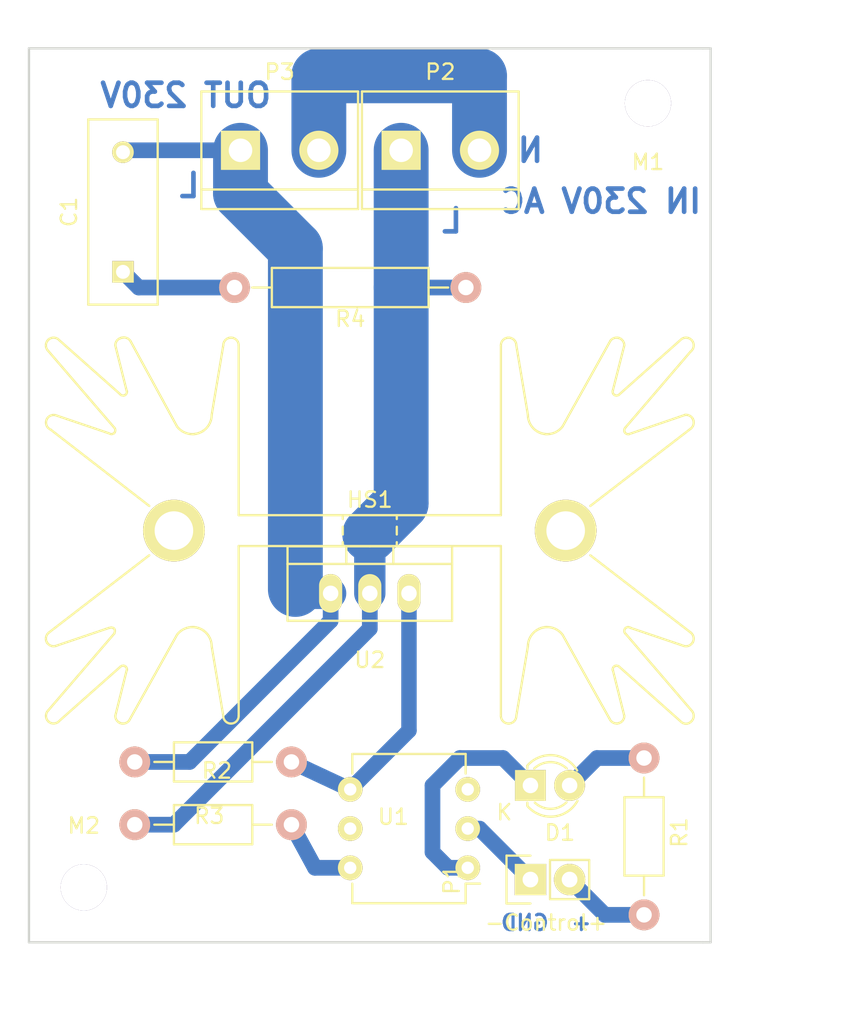
<source format=kicad_pcb>
(kicad_pcb (version 4) (host pcbnew 4.0.1-stable)

  (general
    (links 15)
    (no_connects 0)
    (area 127.940999 63.170999 172.287001 121.233001)
    (thickness 1.6)
    (drawings 14)
    (tracks 40)
    (zones 0)
    (modules 14)
    (nets 13)
  )

  (page A4)
  (title_block
    (date 2016-07-07)
    (rev 1.0)
  )

  (layers
    (0 F.Cu signal)
    (31 B.Cu signal)
    (32 B.Adhes user)
    (33 F.Adhes user)
    (34 B.Paste user)
    (35 F.Paste user)
    (36 B.SilkS user)
    (37 F.SilkS user)
    (38 B.Mask user)
    (39 F.Mask user)
    (40 Dwgs.User user)
    (41 Cmts.User user)
    (42 Eco1.User user)
    (43 Eco2.User user)
    (44 Edge.Cuts user)
    (45 Margin user)
    (46 B.CrtYd user)
    (47 F.CrtYd user)
    (48 B.Fab user)
    (49 F.Fab user)
  )

  (setup
    (last_trace_width 0.25)
    (user_trace_width 0.254)
    (user_trace_width 0.508)
    (user_trace_width 1.016)
    (user_trace_width 2.032)
    (user_trace_width 2.54)
    (user_trace_width 3.556)
    (trace_clearance 0.2)
    (zone_clearance 0.508)
    (zone_45_only yes)
    (trace_min 0.2)
    (segment_width 0.2)
    (edge_width 0.15)
    (via_size 0.6)
    (via_drill 0.4)
    (via_min_size 0.4)
    (via_min_drill 0.3)
    (uvia_size 0.3)
    (uvia_drill 0.1)
    (uvias_allowed no)
    (uvia_min_size 0.2)
    (uvia_min_drill 0.1)
    (pcb_text_width 0.3)
    (pcb_text_size 1.5 1.5)
    (mod_edge_width 0.15)
    (mod_text_size 1 1)
    (mod_text_width 0.15)
    (pad_size 1.524 1.524)
    (pad_drill 0.762)
    (pad_to_mask_clearance 0.2)
    (aux_axis_origin 0 0)
    (visible_elements 7FFFFFFF)
    (pcbplotparams
      (layerselection 0x00030_80000001)
      (usegerberextensions false)
      (excludeedgelayer true)
      (linewidth 0.100000)
      (plotframeref false)
      (viasonmask false)
      (mode 1)
      (useauxorigin false)
      (hpglpennumber 1)
      (hpglpenspeed 20)
      (hpglpendiameter 15)
      (hpglpenoverlay 2)
      (psnegative false)
      (psa4output false)
      (plotreference true)
      (plotvalue true)
      (plotinvisibletext false)
      (padsonsilk false)
      (subtractmaskfromsilk false)
      (outputformat 1)
      (mirror false)
      (drillshape 1)
      (scaleselection 1)
      (outputdirectory ""))
  )

  (net 0 "")
  (net 1 "Net-(C1-Pad1)")
  (net 2 "Net-(C1-Pad2)")
  (net 3 "Net-(D1-Pad1)")
  (net 4 "Net-(D1-Pad2)")
  (net 5 /GND)
  (net 6 /Data)
  (net 7 /L)
  (net 8 /NULL)
  (net 9 "Net-(R2-Pad2)")
  (net 10 "Net-(R3-Pad1)")
  (net 11 "Net-(M1-Pad1)")
  (net 12 "Net-(M2-Pad1)")

  (net_class Default "Toto je výchozí třída sítě."
    (clearance 0.2)
    (trace_width 0.25)
    (via_dia 0.6)
    (via_drill 0.4)
    (uvia_dia 0.3)
    (uvia_drill 0.1)
    (add_net "Net-(M1-Pad1)")
    (add_net "Net-(M2-Pad1)")
  )

  (net_class 1mm ""
    (clearance 0.2)
    (trace_width 1)
    (via_dia 0.6)
    (via_drill 0.4)
    (uvia_dia 0.3)
    (uvia_drill 0.1)
    (add_net /Data)
    (add_net /GND)
    (add_net /NULL)
    (add_net "Net-(C1-Pad1)")
    (add_net "Net-(C1-Pad2)")
    (add_net "Net-(D1-Pad1)")
    (add_net "Net-(D1-Pad2)")
    (add_net "Net-(R2-Pad2)")
    (add_net "Net-(R3-Pad1)")
  )

  (net_class 2mm ""
    (clearance 0.2)
    (trace_width 2)
    (via_dia 0.6)
    (via_drill 0.4)
    (uvia_dia 0.3)
    (uvia_drill 0.1)
  )

  (net_class L ""
    (clearance 0.6)
    (trace_width 2.54)
    (via_dia 0.6)
    (via_drill 0.4)
    (uvia_dia 0.3)
    (uvia_drill 0.1)
    (add_net /L)
  )

  (module Resistors_ThroughHole:Resistor_Horizontal_RM15mm (layer F.Cu) (tedit 577E5C21) (tstamp 577D705A)
    (at 148.844 78.74 180)
    (descr "Resistor, Axial, RM 15mm,")
    (tags "Resistor, Axial, RM 15mm,")
    (path /577B8219)
    (fp_text reference R4 (at 0 -2.032 180) (layer F.SilkS)
      (effects (font (size 1 1) (thickness 0.15)))
    )
    (fp_text value 47R (at 0 0.254 180) (layer F.Fab)
      (effects (font (size 1 1) (thickness 0.15)))
    )
    (fp_line (start -5.08 -1.27) (end -5.08 1.27) (layer F.SilkS) (width 0.15))
    (fp_line (start -5.08 1.27) (end 5.08 1.27) (layer F.SilkS) (width 0.15))
    (fp_line (start 5.08 1.27) (end 5.08 -1.27) (layer F.SilkS) (width 0.15))
    (fp_line (start 5.08 -1.27) (end -5.08 -1.27) (layer F.SilkS) (width 0.15))
    (fp_line (start 6.35 0) (end 5.08 0) (layer F.SilkS) (width 0.15))
    (fp_line (start -6.35 0) (end -5.08 0) (layer F.SilkS) (width 0.15))
    (pad 1 thru_hole circle (at -7.5 0 180) (size 1.99898 1.99898) (drill 1.00076) (layers *.Cu *.SilkS *.Mask)
      (net 7 /L))
    (pad 2 thru_hole circle (at 7.5 0 180) (size 1.99898 1.99898) (drill 1.00076) (layers *.Cu *.SilkS *.Mask)
      (net 1 "Net-(C1-Pad1)"))
    (model Resistors_ThroughHole.3dshapes/Resistor_Horizontal_RM15mm.wrl
      (at (xyz 0 0 0))
      (scale (xyz 0.4 0.4 0.4))
      (rotate (xyz 0 0 0))
    )
  )

  (module LEDs:LED-3MM (layer F.Cu) (tedit 559B82F6) (tstamp 577D702A)
    (at 160.528 110.998)
    (descr "LED 3mm round vertical")
    (tags "LED  3mm round vertical")
    (path /577B781D)
    (fp_text reference D1 (at 1.91 3.06) (layer F.SilkS)
      (effects (font (size 1 1) (thickness 0.15)))
    )
    (fp_text value LED (at 1.3 -2.9) (layer F.Fab)
      (effects (font (size 1 1) (thickness 0.15)))
    )
    (fp_line (start -1.2 2.3) (end 3.8 2.3) (layer F.CrtYd) (width 0.05))
    (fp_line (start 3.8 2.3) (end 3.8 -2.2) (layer F.CrtYd) (width 0.05))
    (fp_line (start 3.8 -2.2) (end -1.2 -2.2) (layer F.CrtYd) (width 0.05))
    (fp_line (start -1.2 -2.2) (end -1.2 2.3) (layer F.CrtYd) (width 0.05))
    (fp_line (start -0.199 1.314) (end -0.199 1.114) (layer F.SilkS) (width 0.15))
    (fp_line (start -0.199 -1.28) (end -0.199 -1.1) (layer F.SilkS) (width 0.15))
    (fp_arc (start 1.301 0.034) (end -0.199 -1.286) (angle 108.5) (layer F.SilkS) (width 0.15))
    (fp_arc (start 1.301 0.034) (end 0.25 -1.1) (angle 85.7) (layer F.SilkS) (width 0.15))
    (fp_arc (start 1.311 0.034) (end 3.051 0.994) (angle 110) (layer F.SilkS) (width 0.15))
    (fp_arc (start 1.301 0.034) (end 2.335 1.094) (angle 87.5) (layer F.SilkS) (width 0.15))
    (fp_text user K (at -1.69 1.74) (layer F.SilkS)
      (effects (font (size 1 1) (thickness 0.15)))
    )
    (pad 1 thru_hole rect (at 0 0 90) (size 2 2) (drill 1.00076) (layers *.Cu *.Mask F.SilkS)
      (net 3 "Net-(D1-Pad1)"))
    (pad 2 thru_hole circle (at 2.54 0) (size 2 2) (drill 1.00076) (layers *.Cu *.Mask F.SilkS)
      (net 4 "Net-(D1-Pad2)"))
    (model LEDs.3dshapes/LED-3MM.wrl
      (at (xyz 0.05 0 0))
      (scale (xyz 1 1 1))
      (rotate (xyz 0 0 90))
    )
  )

  (module Heatsinks:Heatsink_Fischer_SK129-STS_42x25mm_2xDrill2.5mm (layer F.Cu) (tedit 5781661F) (tstamp 577D7030)
    (at 150.114 94.488)
    (path /577D6AE9)
    (fp_text reference HS1 (at 0 -2) (layer F.SilkS)
      (effects (font (size 1 1) (thickness 0.15)))
    )
    (fp_text value HEATSINK (at 0 -3.302) (layer F.Fab)
      (effects (font (size 1 1) (thickness 0.15)))
    )
    (fp_line (start 20.8 -6.6) (end 14.3 -1.6) (layer F.SilkS) (width 0.15))
    (fp_line (start 20.8 6.6) (end 14.3 1.6) (layer F.SilkS) (width 0.15))
    (fp_line (start -20.8 6.6) (end -14.3 1.6) (layer F.SilkS) (width 0.15))
    (fp_line (start -20.7 -6.55) (end -14.3 -1.6) (layer F.SilkS) (width 0.15))
    (fp_arc (start 16 9) (end 15.75 9.05) (angle 90) (layer F.SilkS) (width 0.15))
    (fp_arc (start 16 9) (end 15.85 8.8) (angle 90) (layer F.SilkS) (width 0.15))
    (fp_arc (start 16.75 6.5) (end 16.6 6.7) (angle 90) (layer F.SilkS) (width 0.15))
    (fp_arc (start 16.75 6.5) (end 16.55 6.35) (angle 90) (layer F.SilkS) (width 0.15))
    (fp_arc (start 16.75 -6.5) (end 16.8 -6.25) (angle 90) (layer F.SilkS) (width 0.15))
    (fp_arc (start 16.75 -6.5) (end 16.55 -6.35) (angle 90) (layer F.SilkS) (width 0.15))
    (fp_arc (start 16 -9) (end 16.15 -8.8) (angle 90) (layer F.SilkS) (width 0.15))
    (fp_arc (start 16 -9) (end 15.95 -8.75) (angle 90) (layer F.SilkS) (width 0.15))
    (fp_arc (start 20.5 -12) (end 20.9 -12.3) (angle 90) (layer F.SilkS) (width 0.15))
    (fp_arc (start 20.5 -12) (end 20.2 -12.4) (angle 90) (layer F.SilkS) (width 0.15))
    (fp_arc (start 20.5 -7) (end 20.9 -7.3) (angle 90) (layer F.SilkS) (width 0.15))
    (fp_arc (start 20.5 -7) (end 20.45 -7.5) (angle 90) (layer F.SilkS) (width 0.15))
    (fp_arc (start 20.5 7) (end 20.95 7.2) (angle 90) (layer F.SilkS) (width 0.15))
    (fp_arc (start 20.5 7) (end 20.8 6.6) (angle 90) (layer F.SilkS) (width 0.15))
    (fp_arc (start 20.5 12) (end 20.9 11.7) (angle 90) (layer F.SilkS) (width 0.15))
    (fp_arc (start 20.5 12.05) (end 20.85 12.35) (angle 90) (layer F.SilkS) (width 0.15))
    (fp_line (start 16.15 8.8) (end 20.2 12.4) (layer F.SilkS) (width 0.15))
    (fp_line (start 16.5 12) (end 15.75 9) (layer F.SilkS) (width 0.15))
    (fp_line (start 16.6 6.7) (end 20.9 11.7) (layer F.SilkS) (width 0.15))
    (fp_line (start 16.9 6.3) (end 20.3 7.45) (layer F.SilkS) (width 0.15))
    (fp_line (start 16.8 -6.25) (end 20.45 -7.5) (layer F.SilkS) (width 0.15))
    (fp_line (start 16.55 -6.65) (end 20.8 -11.6) (layer F.SilkS) (width 0.15))
    (fp_line (start 16.15 -8.8) (end 20.2 -12.4) (layer F.SilkS) (width 0.15))
    (fp_line (start 16.5 -12) (end 15.75 -9.05) (layer F.SilkS) (width 0.15))
    (fp_arc (start -16.75 -6.5) (end -16.55 -6.35) (angle 90) (layer F.SilkS) (width 0.15))
    (fp_arc (start -16.75 -6.5) (end -16.55 -6.65) (angle 90) (layer F.SilkS) (width 0.15))
    (fp_arc (start -16 -9) (end -15.85 -8.8) (angle 90) (layer F.SilkS) (width 0.15))
    (fp_arc (start -16 -9) (end -15.75 -9.05) (angle 90) (layer F.SilkS) (width 0.15))
    (fp_arc (start -16.75 6.5) (end -16.65 6.3) (angle 90) (layer F.SilkS) (width 0.15))
    (fp_arc (start -16.75 6.5) (end -16.85 6.3) (angle 90) (layer F.SilkS) (width 0.15))
    (fp_arc (start -16 9) (end -15.95 8.75) (angle 90) (layer F.SilkS) (width 0.15))
    (fp_arc (start -16 9) (end -16.15 8.8) (angle 90) (layer F.SilkS) (width 0.15))
    (fp_line (start 8.5 12) (end 8.5 1) (layer F.SilkS) (width 0.15))
    (fp_arc (start -20.5 -7) (end -20.95 -7.2) (angle 90) (layer F.SilkS) (width 0.15))
    (fp_arc (start -20.5 -7) (end -20.7 -6.55) (angle 90) (layer F.SilkS) (width 0.15))
    (fp_arc (start -20.5 -12) (end -20.9 -12.3) (angle 90) (layer F.SilkS) (width 0.15))
    (fp_arc (start -20.5 -12) (end -20.9 -11.7) (angle 90) (layer F.SilkS) (width 0.15))
    (fp_line (start -16.9 -6.3) (end -20.3 -7.45) (layer F.SilkS) (width 0.15))
    (fp_arc (start -20.5 12) (end -20.15 12.35) (angle 90) (layer F.SilkS) (width 0.15))
    (fp_arc (start -20.5 12) (end -20.85 12.35) (angle 90) (layer F.SilkS) (width 0.15))
    (fp_arc (start -20.5 7) (end -20.3 7.45) (angle 90) (layer F.SilkS) (width 0.15))
    (fp_arc (start -20.5 7) (end -20.9 7.3) (angle 90) (layer F.SilkS) (width 0.15))
    (fp_line (start -8.5 12) (end -8.5 1) (layer F.SilkS) (width 0.15))
    (fp_line (start -20.3 7.45) (end -16.9 6.3) (layer F.SilkS) (width 0.15))
    (fp_line (start -20.85 11.65) (end -16.55 6.65) (layer F.SilkS) (width 0.15))
    (fp_line (start -20.1 12.3) (end -16.15 8.8) (layer F.SilkS) (width 0.15))
    (fp_line (start -16.5 12) (end -15.75 9) (layer F.SilkS) (width 0.15))
    (fp_line (start -16.55 -6.65) (end -20.9 -11.7) (layer F.SilkS) (width 0.15))
    (fp_line (start -16.2 -8.85) (end -20.15 -12.35) (layer F.SilkS) (width 0.15))
    (fp_line (start -8.5 -12) (end -8.5 -1) (layer F.SilkS) (width 0.15))
    (fp_line (start 8.5 -12) (end 8.5 -1) (layer F.SilkS) (width 0.15))
    (fp_line (start -15.75 -9) (end -16.5 -12) (layer F.SilkS) (width 0.15))
    (fp_line (start 15.55 12.2) (end 12.5 6.75) (layer F.SilkS) (width 0.15))
    (fp_arc (start 16 12) (end 16.2 12.45) (angle 90) (layer F.SilkS) (width 0.15))
    (fp_line (start -15.6 12.3) (end -12.5 6.75) (layer F.SilkS) (width 0.15))
    (fp_arc (start -16 12) (end -15.6 12.3) (angle 90) (layer F.SilkS) (width 0.15))
    (fp_line (start -15.5 -12.25) (end -12.5 -6.75) (layer F.SilkS) (width 0.15))
    (fp_arc (start -15.95 -12) (end -16.2 -12.45) (angle 90) (layer F.SilkS) (width 0.15))
    (fp_line (start 12.5 -6.75) (end 15.6 -12.3) (layer F.SilkS) (width 0.15))
    (fp_arc (start 16 -12) (end 15.6 -12.3) (angle 90) (layer F.SilkS) (width 0.15))
    (fp_arc (start 11.5 7.5) (end 10.75 6.5) (angle 90) (layer F.SilkS) (width 0.15))
    (fp_arc (start 11.5 7.5) (end 10.25 7.5) (angle 90) (layer F.SilkS) (width 0.15))
    (fp_arc (start -11.5 7.5) (end -11.5 6.25) (angle 90) (layer F.SilkS) (width 0.15))
    (fp_arc (start -11.5 7.5) (end -12.5 6.75) (angle 90) (layer F.SilkS) (width 0.15))
    (fp_arc (start -11.5 -7.5) (end -10.75 -6.5) (angle 90) (layer F.SilkS) (width 0.15))
    (fp_arc (start -11.5 -7.5) (end -10.25 -7.5) (angle 90) (layer F.SilkS) (width 0.15))
    (fp_arc (start 11.5 -7.5) (end 12.5 -6.75) (angle 90) (layer F.SilkS) (width 0.15))
    (fp_arc (start 11.5 -7.5) (end 11.5 -6.25) (angle 90) (layer F.SilkS) (width 0.15))
    (fp_line (start 10.25 7.5) (end 9.5 12) (layer F.SilkS) (width 0.15))
    (fp_line (start -10.25 7.5) (end -9.5 12) (layer F.SilkS) (width 0.15))
    (fp_line (start 9.5 -12) (end 10.25 -7.5) (layer F.SilkS) (width 0.15))
    (fp_line (start -9.5 -12) (end -10.25 -7.5) (layer F.SilkS) (width 0.15))
    (fp_arc (start -16 -12) (end -16.5 -12) (angle 90) (layer F.SilkS) (width 0.15))
    (fp_arc (start 16 -12) (end 16 -12.5) (angle 90) (layer F.SilkS) (width 0.15))
    (fp_arc (start 16 12) (end 16.5 12) (angle 90) (layer F.SilkS) (width 0.15))
    (fp_arc (start -16 12) (end -16 12.5) (angle 90) (layer F.SilkS) (width 0.15))
    (fp_arc (start -9 -12) (end -9.5 -12) (angle 90) (layer F.SilkS) (width 0.15))
    (fp_arc (start -9 -12) (end -9 -12.5) (angle 90) (layer F.SilkS) (width 0.15))
    (fp_arc (start -9 12) (end -9 12.5) (angle 90) (layer F.SilkS) (width 0.15))
    (fp_arc (start -9 12) (end -8.5 12) (angle 90) (layer F.SilkS) (width 0.15))
    (fp_arc (start 9 12) (end 9.5 12) (angle 90) (layer F.SilkS) (width 0.15))
    (fp_arc (start 9 12) (end 9 12.5) (angle 90) (layer F.SilkS) (width 0.15))
    (fp_arc (start 9 -12) (end 9 -12.5) (angle 90) (layer F.SilkS) (width 0.15))
    (fp_arc (start 9 -12) (end 8.5 -12) (angle 90) (layer F.SilkS) (width 0.15))
    (fp_line (start 1.75 -0.25) (end 1.75 0.25) (layer F.SilkS) (width 0.15))
    (fp_line (start -1.75 -0.25) (end -1.75 0.25) (layer F.SilkS) (width 0.15))
    (fp_line (start 1.75 0.75) (end 1.75 1) (layer F.SilkS) (width 0.15))
    (fp_line (start -1.75 1) (end -1.75 0.75) (layer F.SilkS) (width 0.15))
    (fp_line (start 1.75 -1) (end 1.75 -0.75) (layer F.SilkS) (width 0.15))
    (fp_line (start -1.75 -1) (end -1.75 -0.75) (layer F.SilkS) (width 0.15))
    (fp_line (start 8.5 1) (end -8.5 1) (layer F.SilkS) (width 0.15))
    (fp_line (start -8.5 -1) (end 8.5 -1) (layer F.SilkS) (width 0.15))
    (pad 1 thru_hole circle (at -12.7 0) (size 4 4) (drill 2.5) (layers *.Cu *.Mask F.SilkS))
    (pad 1 thru_hole circle (at 12.7 0) (size 4 4) (drill 2.5) (layers *.Cu *.Mask F.SilkS))
  )

  (module Pin_Headers:Pin_Header_Straight_1x02 (layer F.Cu) (tedit 5787FD91) (tstamp 577D7036)
    (at 160.528 117.094 90)
    (descr "Through hole pin header")
    (tags "pin header")
    (path /577B79D4)
    (fp_text reference P1 (at 0 -5.1 90) (layer F.SilkS)
      (effects (font (size 1 1) (thickness 0.15)))
    )
    (fp_text value -Control+ (at -2.794 1.016 180) (layer F.SilkS)
      (effects (font (size 1 1) (thickness 0.15)))
    )
    (fp_line (start 1.27 1.27) (end 1.27 3.81) (layer F.SilkS) (width 0.15))
    (fp_line (start 1.55 -1.55) (end 1.55 0) (layer F.SilkS) (width 0.15))
    (fp_line (start -1.75 -1.75) (end -1.75 4.3) (layer F.CrtYd) (width 0.05))
    (fp_line (start 1.75 -1.75) (end 1.75 4.3) (layer F.CrtYd) (width 0.05))
    (fp_line (start -1.75 -1.75) (end 1.75 -1.75) (layer F.CrtYd) (width 0.05))
    (fp_line (start -1.75 4.3) (end 1.75 4.3) (layer F.CrtYd) (width 0.05))
    (fp_line (start 1.27 1.27) (end -1.27 1.27) (layer F.SilkS) (width 0.15))
    (fp_line (start -1.55 0) (end -1.55 -1.55) (layer F.SilkS) (width 0.15))
    (fp_line (start -1.55 -1.55) (end 1.55 -1.55) (layer F.SilkS) (width 0.15))
    (fp_line (start -1.27 1.27) (end -1.27 3.81) (layer F.SilkS) (width 0.15))
    (fp_line (start -1.27 3.81) (end 1.27 3.81) (layer F.SilkS) (width 0.15))
    (pad 1 thru_hole rect (at 0 0 90) (size 2.032 2.032) (drill 1.016) (layers *.Cu *.Mask F.SilkS)
      (net 5 /GND))
    (pad 2 thru_hole oval (at 0 2.54 90) (size 2.032 2.032) (drill 1.016) (layers *.Cu *.Mask F.SilkS)
      (net 6 /Data))
    (model Pin_Headers.3dshapes/Pin_Header_Straight_1x02.wrl
      (at (xyz 0 -0.05 0))
      (scale (xyz 1 1 1))
      (rotate (xyz 0 0 90))
    )
  )

  (module Connect:bornier2 (layer F.Cu) (tedit 577E1BAF) (tstamp 577D703C)
    (at 154.686 69.85)
    (descr "Bornier d'alimentation 2 pins")
    (tags DEV)
    (path /577B9BBA)
    (fp_text reference P2 (at 0 -5.08) (layer F.SilkS)
      (effects (font (size 1 1) (thickness 0.15)))
    )
    (fp_text value "IN AC230V" (at 0.254 5.08) (layer F.Fab)
      (effects (font (size 1 1) (thickness 0.15)))
    )
    (fp_line (start 5.08 2.54) (end -5.08 2.54) (layer F.SilkS) (width 0.15))
    (fp_line (start 5.08 3.81) (end 5.08 -3.81) (layer F.SilkS) (width 0.15))
    (fp_line (start 5.08 -3.81) (end -5.08 -3.81) (layer F.SilkS) (width 0.15))
    (fp_line (start -5.08 -3.81) (end -5.08 3.81) (layer F.SilkS) (width 0.15))
    (fp_line (start -5.08 3.81) (end 5.08 3.81) (layer F.SilkS) (width 0.15))
    (pad 1 thru_hole rect (at -2.54 0) (size 2.54 2.54) (drill 1.524) (layers *.Cu *.Mask F.SilkS)
      (net 7 /L))
    (pad 2 thru_hole circle (at 2.54 0) (size 2.54 2.54) (drill 1.524) (layers *.Cu *.Mask F.SilkS)
      (net 8 /NULL))
    (model Connect.3dshapes/bornier2.wrl
      (at (xyz 0 0 0))
      (scale (xyz 1 1 1))
      (rotate (xyz 0 0 0))
    )
  )

  (module Connect:bornier2 (layer F.Cu) (tedit 577E1BBB) (tstamp 577D7042)
    (at 144.272 69.85)
    (descr "Bornier d'alimentation 2 pins")
    (tags DEV)
    (path /577D6880)
    (fp_text reference P3 (at 0 -5.08) (layer F.SilkS)
      (effects (font (size 1 1) (thickness 0.15)))
    )
    (fp_text value "OUT AC230V/16A" (at -0.508 5.08) (layer F.Fab)
      (effects (font (size 1 1) (thickness 0.15)))
    )
    (fp_line (start 5.08 2.54) (end -5.08 2.54) (layer F.SilkS) (width 0.15))
    (fp_line (start 5.08 3.81) (end 5.08 -3.81) (layer F.SilkS) (width 0.15))
    (fp_line (start 5.08 -3.81) (end -5.08 -3.81) (layer F.SilkS) (width 0.15))
    (fp_line (start -5.08 -3.81) (end -5.08 3.81) (layer F.SilkS) (width 0.15))
    (fp_line (start -5.08 3.81) (end 5.08 3.81) (layer F.SilkS) (width 0.15))
    (pad 1 thru_hole rect (at -2.54 0) (size 2.54 2.54) (drill 1.524) (layers *.Cu *.Mask F.SilkS)
      (net 2 "Net-(C1-Pad2)"))
    (pad 2 thru_hole circle (at 2.54 0) (size 2.54 2.54) (drill 1.524) (layers *.Cu *.Mask F.SilkS)
      (net 8 /NULL))
    (model Connect.3dshapes/bornier2.wrl
      (at (xyz 0 0 0))
      (scale (xyz 1 1 1))
      (rotate (xyz 0 0 0))
    )
  )

  (module Resistors_ThroughHole:Resistor_Horizontal_RM10mm (layer F.Cu) (tedit 577E5C13) (tstamp 577D7048)
    (at 167.894 114.3 270)
    (descr "Resistor, Axial,  RM 10mm, 1/3W,")
    (tags "Resistor, Axial, RM 10mm, 1/3W,")
    (path /577B77B2)
    (fp_text reference R1 (at -0.254 -2.286 270) (layer F.SilkS)
      (effects (font (size 1 1) (thickness 0.15)))
    )
    (fp_text value 100R (at 0.254 0 270) (layer F.Fab)
      (effects (font (size 1 1) (thickness 0.15)))
    )
    (fp_line (start -2.54 -1.27) (end 2.54 -1.27) (layer F.SilkS) (width 0.15))
    (fp_line (start 2.54 -1.27) (end 2.54 1.27) (layer F.SilkS) (width 0.15))
    (fp_line (start 2.54 1.27) (end -2.54 1.27) (layer F.SilkS) (width 0.15))
    (fp_line (start -2.54 1.27) (end -2.54 -1.27) (layer F.SilkS) (width 0.15))
    (fp_line (start -2.54 0) (end -3.81 0) (layer F.SilkS) (width 0.15))
    (fp_line (start 2.54 0) (end 3.81 0) (layer F.SilkS) (width 0.15))
    (pad 1 thru_hole circle (at -5.08 0 270) (size 1.99898 1.99898) (drill 1.00076) (layers *.Cu *.SilkS *.Mask)
      (net 4 "Net-(D1-Pad2)"))
    (pad 2 thru_hole circle (at 5.08 0 270) (size 1.99898 1.99898) (drill 1.00076) (layers *.Cu *.SilkS *.Mask)
      (net 6 /Data))
    (model Resistors_ThroughHole.3dshapes/Resistor_Horizontal_RM10mm.wrl
      (at (xyz 0 0 0))
      (scale (xyz 0.4 0.4 0.4))
      (rotate (xyz 0 0 0))
    )
  )

  (module Resistors_ThroughHole:Resistor_Horizontal_RM10mm (layer F.Cu) (tedit 577E1B99) (tstamp 577D704E)
    (at 139.954 113.538)
    (descr "Resistor, Axial,  RM 10mm, 1/3W,")
    (tags "Resistor, Axial, RM 10mm, 1/3W,")
    (path /577B7F36)
    (fp_text reference R2 (at 0.24892 -3.50012) (layer F.SilkS)
      (effects (font (size 1 1) (thickness 0.15)))
    )
    (fp_text value 360R (at 0 -0.254) (layer F.Fab)
      (effects (font (size 1 1) (thickness 0.15)))
    )
    (fp_line (start -2.54 -1.27) (end 2.54 -1.27) (layer F.SilkS) (width 0.15))
    (fp_line (start 2.54 -1.27) (end 2.54 1.27) (layer F.SilkS) (width 0.15))
    (fp_line (start 2.54 1.27) (end -2.54 1.27) (layer F.SilkS) (width 0.15))
    (fp_line (start -2.54 1.27) (end -2.54 -1.27) (layer F.SilkS) (width 0.15))
    (fp_line (start -2.54 0) (end -3.81 0) (layer F.SilkS) (width 0.15))
    (fp_line (start 2.54 0) (end 3.81 0) (layer F.SilkS) (width 0.15))
    (pad 1 thru_hole circle (at -5.08 0) (size 1.99898 1.99898) (drill 1.00076) (layers *.Cu *.SilkS *.Mask)
      (net 7 /L))
    (pad 2 thru_hole circle (at 5.08 0) (size 1.99898 1.99898) (drill 1.00076) (layers *.Cu *.SilkS *.Mask)
      (net 9 "Net-(R2-Pad2)"))
    (model Resistors_ThroughHole.3dshapes/Resistor_Horizontal_RM10mm.wrl
      (at (xyz 0 0 0))
      (scale (xyz 0.4 0.4 0.4))
      (rotate (xyz 0 0 0))
    )
  )

  (module Resistors_ThroughHole:Resistor_Horizontal_RM10mm (layer F.Cu) (tedit 577E1B91) (tstamp 577D7054)
    (at 139.954 109.474 180)
    (descr "Resistor, Axial,  RM 10mm, 1/3W,")
    (tags "Resistor, Axial, RM 10mm, 1/3W,")
    (path /577B801C)
    (fp_text reference R3 (at 0.24892 -3.50012 180) (layer F.SilkS)
      (effects (font (size 1 1) (thickness 0.15)))
    )
    (fp_text value 330R (at 0.254 0 180) (layer F.Fab)
      (effects (font (size 1 1) (thickness 0.15)))
    )
    (fp_line (start -2.54 -1.27) (end 2.54 -1.27) (layer F.SilkS) (width 0.15))
    (fp_line (start 2.54 -1.27) (end 2.54 1.27) (layer F.SilkS) (width 0.15))
    (fp_line (start 2.54 1.27) (end -2.54 1.27) (layer F.SilkS) (width 0.15))
    (fp_line (start -2.54 1.27) (end -2.54 -1.27) (layer F.SilkS) (width 0.15))
    (fp_line (start -2.54 0) (end -3.81 0) (layer F.SilkS) (width 0.15))
    (fp_line (start 2.54 0) (end 3.81 0) (layer F.SilkS) (width 0.15))
    (pad 1 thru_hole circle (at -5.08 0 180) (size 1.99898 1.99898) (drill 1.00076) (layers *.Cu *.SilkS *.Mask)
      (net 10 "Net-(R3-Pad1)"))
    (pad 2 thru_hole circle (at 5.08 0 180) (size 1.99898 1.99898) (drill 1.00076) (layers *.Cu *.SilkS *.Mask)
      (net 2 "Net-(C1-Pad2)"))
    (model Resistors_ThroughHole.3dshapes/Resistor_Horizontal_RM10mm.wrl
      (at (xyz 0 0 0))
      (scale (xyz 0.4 0.4 0.4))
      (rotate (xyz 0 0 0))
    )
  )

  (module Housings_DIP:DIP-6_W7.62mm (layer F.Cu) (tedit 577E5C0E) (tstamp 577D7064)
    (at 156.464 116.332 180)
    (descr "6-lead dip package, row spacing 7.62 mm (300 mils)")
    (tags "dil dip 2.54 300")
    (path /57782A77)
    (fp_text reference U1 (at 4.826 3.302 180) (layer F.SilkS)
      (effects (font (size 1 1) (thickness 0.15)))
    )
    (fp_text value MOC3041M (at 4.064 -3.81 180) (layer F.Fab)
      (effects (font (size 1 1) (thickness 0.15)))
    )
    (fp_line (start -1.05 -2.45) (end -1.05 7.55) (layer F.CrtYd) (width 0.05))
    (fp_line (start 8.65 -2.45) (end 8.65 7.55) (layer F.CrtYd) (width 0.05))
    (fp_line (start -1.05 -2.45) (end 8.65 -2.45) (layer F.CrtYd) (width 0.05))
    (fp_line (start -1.05 7.55) (end 8.65 7.55) (layer F.CrtYd) (width 0.05))
    (fp_line (start 0.135 -2.295) (end 0.135 -1.025) (layer F.SilkS) (width 0.15))
    (fp_line (start 7.485 -2.295) (end 7.485 -1.025) (layer F.SilkS) (width 0.15))
    (fp_line (start 7.485 7.375) (end 7.485 6.105) (layer F.SilkS) (width 0.15))
    (fp_line (start 0.135 7.375) (end 0.135 6.105) (layer F.SilkS) (width 0.15))
    (fp_line (start 0.135 -2.295) (end 7.485 -2.295) (layer F.SilkS) (width 0.15))
    (fp_line (start 0.135 7.375) (end 7.485 7.375) (layer F.SilkS) (width 0.15))
    (fp_line (start 0.135 -1.025) (end -0.8 -1.025) (layer F.SilkS) (width 0.15))
    (pad 1 thru_hole oval (at 0 0 180) (size 1.6 1.6) (drill 0.8) (layers *.Cu *.Mask F.SilkS)
      (net 3 "Net-(D1-Pad1)"))
    (pad 2 thru_hole oval (at 0 2.54 180) (size 1.6 1.6) (drill 0.8) (layers *.Cu *.Mask F.SilkS)
      (net 5 /GND))
    (pad 3 thru_hole oval (at 0 5.08 180) (size 1.6 1.6) (drill 0.8) (layers *.Cu *.Mask F.SilkS))
    (pad 4 thru_hole oval (at 7.62 5.08 180) (size 1.6 1.6) (drill 0.8) (layers *.Cu *.Mask F.SilkS)
      (net 10 "Net-(R3-Pad1)"))
    (pad 5 thru_hole oval (at 7.62 2.54 180) (size 1.6 1.6) (drill 0.8) (layers *.Cu *.Mask F.SilkS))
    (pad 6 thru_hole oval (at 7.62 0 180) (size 1.6 1.6) (drill 0.8) (layers *.Cu *.Mask F.SilkS)
      (net 9 "Net-(R2-Pad2)"))
    (model Housings_DIP.3dshapes/DIP-6_W7.62mm.wrl
      (at (xyz 0 0 0))
      (scale (xyz 1 1 1))
      (rotate (xyz 0 0 0))
    )
  )

  (module TO_SOT_Packages_THT:TO-220_Neutral123_Vertical (layer F.Cu) (tedit 57816629) (tstamp 577D706B)
    (at 150.114 98.552)
    (descr "TO-220, Neutral, Vertical,")
    (tags "TO-220, Neutral, Vertical,")
    (path /57782A2C)
    (fp_text reference U2 (at 0 4.318) (layer F.SilkS)
      (effects (font (size 1 1) (thickness 0.15)))
    )
    (fp_text value BTA16/800BRG (at 0 2.794) (layer F.Fab)
      (effects (font (size 1 1) (thickness 0.15)))
    )
    (fp_line (start -1.524 -3.048) (end -1.524 -1.905) (layer F.SilkS) (width 0.15))
    (fp_line (start 1.524 -3.048) (end 1.524 -1.905) (layer F.SilkS) (width 0.15))
    (fp_line (start 5.334 -1.905) (end 5.334 1.778) (layer F.SilkS) (width 0.15))
    (fp_line (start 5.334 1.778) (end -5.334 1.778) (layer F.SilkS) (width 0.15))
    (fp_line (start -5.334 1.778) (end -5.334 -1.905) (layer F.SilkS) (width 0.15))
    (fp_line (start 5.334 -3.048) (end 5.334 -1.905) (layer F.SilkS) (width 0.15))
    (fp_line (start 5.334 -1.905) (end -5.334 -1.905) (layer F.SilkS) (width 0.15))
    (fp_line (start -5.334 -1.905) (end -5.334 -3.048) (layer F.SilkS) (width 0.15))
    (fp_line (start 0 -3.048) (end -5.334 -3.048) (layer F.SilkS) (width 0.15))
    (fp_line (start 0 -3.048) (end 5.334 -3.048) (layer F.SilkS) (width 0.15))
    (pad 2 thru_hole oval (at 0 0 90) (size 2.49936 1.50114) (drill 1.00076) (layers *.Cu *.Mask F.SilkS)
      (net 7 /L))
    (pad 1 thru_hole oval (at -2.54 0 90) (size 2.49936 1.50114) (drill 1.00076) (layers *.Cu *.Mask F.SilkS)
      (net 2 "Net-(C1-Pad2)"))
    (pad 3 thru_hole oval (at 2.54 0 90) (size 2.49936 1.50114) (drill 1.00076) (layers *.Cu *.Mask F.SilkS)
      (net 10 "Net-(R3-Pad1)"))
    (model TO_SOT_Packages_THT.3dshapes/TO-220_Neutral123_Vertical.wrl
      (at (xyz 0 0 0))
      (scale (xyz 0.3937 0.3937 0.3937))
      (rotate (xyz 0 0 0))
    )
  )

  (module Capacitors_ThroughHole:C_Disc_D12_P7.75 (layer F.Cu) (tedit 0) (tstamp 577E6199)
    (at 134.112 77.724 90)
    (descr "Capacitor 12mm Disc, Pitch 7.75mm")
    (tags Capacitor)
    (path /577B8284)
    (fp_text reference C1 (at 3.875 -3.5 90) (layer F.SilkS)
      (effects (font (size 1 1) (thickness 0.15)))
    )
    (fp_text value 15n/400V (at 3.875 3.5 90) (layer F.Fab)
      (effects (font (size 1 1) (thickness 0.15)))
    )
    (fp_line (start -2.375 -2.5) (end 10.125 -2.5) (layer F.CrtYd) (width 0.05))
    (fp_line (start 10.125 -2.5) (end 10.125 2.5) (layer F.CrtYd) (width 0.05))
    (fp_line (start 10.125 2.5) (end -2.375 2.5) (layer F.CrtYd) (width 0.05))
    (fp_line (start -2.375 2.5) (end -2.375 -2.5) (layer F.CrtYd) (width 0.05))
    (fp_line (start -2.125 -2.25) (end 9.875 -2.25) (layer F.SilkS) (width 0.15))
    (fp_line (start 9.875 -2.25) (end 9.875 2.25) (layer F.SilkS) (width 0.15))
    (fp_line (start 9.875 2.25) (end -2.125 2.25) (layer F.SilkS) (width 0.15))
    (fp_line (start -2.125 2.25) (end -2.125 -2.25) (layer F.SilkS) (width 0.15))
    (pad 1 thru_hole rect (at 0 0 90) (size 1.4 1.4) (drill 0.9) (layers *.Cu *.Mask F.SilkS)
      (net 1 "Net-(C1-Pad1)"))
    (pad 2 thru_hole circle (at 7.75 0 90) (size 1.4 1.4) (drill 0.9) (layers *.Cu *.Mask F.SilkS)
      (net 2 "Net-(C1-Pad2)"))
    (model Capacitors_ThroughHole.3dshapes/C_Disc_D12_P7.75.wrl
      (at (xyz 0.15255906 0 0))
      (scale (xyz 1 1 1))
      (rotate (xyz 0 0 0))
    )
  )

  (module Mounting_Holes:MountingHole_3mm (layer F.Cu) (tedit 5787FB24) (tstamp 577E6D11)
    (at 168.148 66.802)
    (descr "Mounting hole, Befestigungsbohrung, 3mm, No Annular, Kein Restring,")
    (tags "Mounting hole, Befestigungsbohrung, 3mm, No Annular, Kein Restring,")
    (path /577E6C1D)
    (fp_text reference M1 (at 0 3.81) (layer F.SilkS)
      (effects (font (size 1 1) (thickness 0.15)))
    )
    (fp_text value MOUNTING-HOLE (at 5.588 -0.254 90) (layer F.Fab)
      (effects (font (size 1 1) (thickness 0.15)))
    )
    (fp_circle (center 0 0) (end 3 0) (layer Cmts.User) (width 0.381))
    (pad 1 thru_hole circle (at 0 0) (size 3 3) (drill 3) (layers)
      (net 11 "Net-(M1-Pad1)"))
  )

  (module Mounting_Holes:MountingHole_3mm (layer F.Cu) (tedit 0) (tstamp 577E6D16)
    (at 131.572 117.602)
    (descr "Mounting hole, Befestigungsbohrung, 3mm, No Annular, Kein Restring,")
    (tags "Mounting hole, Befestigungsbohrung, 3mm, No Annular, Kein Restring,")
    (path /577E6C53)
    (fp_text reference M2 (at 0 -4.0005) (layer F.SilkS)
      (effects (font (size 1 1) (thickness 0.15)))
    )
    (fp_text value MOUNTING-HOLE (at 1.00076 5.00126) (layer F.Fab)
      (effects (font (size 1 1) (thickness 0.15)))
    )
    (fp_circle (center 0 0) (end 3 0) (layer Cmts.User) (width 0.381))
    (pad 1 thru_hole circle (at 0 0) (size 3 3) (drill 3) (layers)
      (net 12 "Net-(M2-Pad1)"))
  )

  (gr_text "+  GND" (at 161.544 119.888) (layer B.Cu)
    (effects (font (size 1 1) (thickness 0.2)) (justify mirror))
  )
  (gr_text L (at 138.43 72.136) (layer B.Cu)
    (effects (font (size 1.5 1.5) (thickness 0.3)) (justify mirror))
  )
  (gr_text L (at 155.448 74.422) (layer B.Cu)
    (effects (font (size 1.5 1.5) (thickness 0.3)) (justify mirror))
  )
  (gr_text N (at 160.528 69.85) (layer B.Cu)
    (effects (font (size 1.5 1.5) (thickness 0.3)) (justify mirror))
  )
  (gr_text "OUT 230V" (at 138.176 66.294) (layer B.Cu)
    (effects (font (size 1.5 1.5) (thickness 0.3)) (justify mirror))
  )
  (gr_text "IN 230V AC" (at 165.1 73.152) (layer B.Cu)
    (effects (font (size 1.5 1.5) (thickness 0.3)) (justify mirror))
  )
  (dimension 44.196 (width 0.3) (layer Dwgs.User)
    (gr_text "44,196 mm" (at 150.114 127.08) (layer Dwgs.User)
      (effects (font (size 1.5 1.5) (thickness 0.3)))
    )
    (feature1 (pts (xy 172.212 121.158) (xy 172.212 128.43)))
    (feature2 (pts (xy 128.016 121.158) (xy 128.016 128.43)))
    (crossbar (pts (xy 128.016 125.73) (xy 172.212 125.73)))
    (arrow1a (pts (xy 172.212 125.73) (xy 171.085496 126.316421)))
    (arrow1b (pts (xy 172.212 125.73) (xy 171.085496 125.143579)))
    (arrow2a (pts (xy 128.016 125.73) (xy 129.142504 126.316421)))
    (arrow2b (pts (xy 128.016 125.73) (xy 129.142504 125.143579)))
  )
  (gr_line (start 171.704 121.158) (end 172.212 121.158) (angle 90) (layer Edge.Cuts) (width 0.15))
  (gr_line (start 172.212 63.246) (end 171.704 63.246) (angle 90) (layer Edge.Cuts) (width 0.15))
  (gr_line (start 172.212 121.158) (end 172.212 63.246) (angle 90) (layer Edge.Cuts) (width 0.15))
  (dimension 57.912 (width 0.3) (layer Dwgs.User)
    (gr_text "57,912 mm" (at 178.388 92.202 90) (layer Dwgs.User)
      (effects (font (size 1.5 1.5) (thickness 0.3)))
    )
    (feature1 (pts (xy 171.704 63.246) (xy 179.738 63.246)))
    (feature2 (pts (xy 171.704 121.158) (xy 179.738 121.158)))
    (crossbar (pts (xy 177.038 121.158) (xy 177.038 63.246)))
    (arrow1a (pts (xy 177.038 63.246) (xy 177.624421 64.372504)))
    (arrow1b (pts (xy 177.038 63.246) (xy 176.451579 64.372504)))
    (arrow2a (pts (xy 177.038 121.158) (xy 177.624421 120.031496)))
    (arrow2b (pts (xy 177.038 121.158) (xy 176.451579 120.031496)))
  )
  (gr_line (start 128.016 121.158) (end 128.016 63.246) (angle 90) (layer Edge.Cuts) (width 0.15))
  (gr_line (start 171.704 121.158) (end 128.016 121.158) (angle 90) (layer Edge.Cuts) (width 0.15))
  (gr_line (start 128.016 63.246) (end 171.704 63.246) (angle 90) (layer Edge.Cuts) (width 0.15))

  (segment (start 134.112 77.724) (end 135.128 78.74) (width 1.016) (layer B.Cu) (net 1))
  (segment (start 135.128 78.74) (end 141.344 78.74) (width 1.016) (layer B.Cu) (net 1) (tstamp 577E61CF))
  (segment (start 147.574 98.552) (end 145.542 98.552) (width 2.032) (layer B.Cu) (net 2))
  (segment (start 145.542 98.552) (end 145.288 98.298) (width 2.032) (layer B.Cu) (net 2) (tstamp 577E7278))
  (segment (start 141.732 69.85) (end 141.732 72.644) (width 3.556) (layer B.Cu) (net 2))
  (segment (start 141.732 72.644) (end 145.288 76.2) (width 3.556) (layer B.Cu) (net 2) (tstamp 577E724D))
  (segment (start 145.288 76.2) (end 145.288 98.298) (width 3.556) (layer B.Cu) (net 2) (tstamp 577E7254))
  (segment (start 134.112 69.974) (end 134.236 69.85) (width 1.016) (layer B.Cu) (net 2))
  (segment (start 134.236 69.85) (end 141.732 69.85) (width 1.016) (layer B.Cu) (net 2) (tstamp 577E61CC))
  (segment (start 134.874 109.474) (end 138.43 109.474) (width 1.016) (layer B.Cu) (net 2) (status 10))
  (segment (start 138.43 109.474) (end 147.574 100.33) (width 1.016) (layer B.Cu) (net 2) (tstamp 577E5A44))
  (segment (start 147.574 100.33) (end 147.574 98.552) (width 1.016) (layer B.Cu) (net 2) (tstamp 577E5A4A))
  (segment (start 156.464 116.332) (end 155.194 116.332) (width 1.016) (layer B.Cu) (net 3))
  (segment (start 155.194 116.332) (end 154.178 115.316) (width 1.016) (layer B.Cu) (net 3) (tstamp 577E5A16))
  (segment (start 154.178 115.316) (end 154.178 110.998) (width 1.016) (layer B.Cu) (net 3) (tstamp 577E5A1E))
  (segment (start 154.178 110.998) (end 155.956 109.22) (width 1.016) (layer B.Cu) (net 3) (tstamp 577E5A23))
  (segment (start 155.956 109.22) (end 158.75 109.22) (width 1.016) (layer B.Cu) (net 3) (tstamp 577E5A27))
  (segment (start 158.75 109.22) (end 160.528 110.998) (width 1.016) (layer B.Cu) (net 3) (tstamp 577E5A29))
  (segment (start 163.068 110.998) (end 164.846 109.22) (width 1.016) (layer B.Cu) (net 4))
  (segment (start 164.846 109.22) (end 167.894 109.22) (width 1.016) (layer B.Cu) (net 4) (tstamp 577E5A0A))
  (segment (start 156.464 113.792) (end 157.226 113.792) (width 1.016) (layer B.Cu) (net 5))
  (segment (start 157.226 113.792) (end 160.528 117.094) (width 1.016) (layer B.Cu) (net 5) (tstamp 577E5A2D))
  (segment (start 163.068 117.094) (end 165.354 119.38) (width 1.016) (layer B.Cu) (net 6))
  (segment (start 165.354 119.38) (end 167.894 119.38) (width 1.016) (layer B.Cu) (net 6) (tstamp 577E5A0F))
  (segment (start 150.114 98.552) (end 150.114 94.742) (width 2.032) (layer B.Cu) (net 7))
  (segment (start 156.344 78.74) (end 152.146 78.74) (width 1.016) (layer B.Cu) (net 7))
  (segment (start 152.146 69.85) (end 152.146 78.74) (width 3.556) (layer B.Cu) (net 7))
  (segment (start 152.146 78.74) (end 152.146 92.71) (width 3.556) (layer B.Cu) (net 7) (tstamp 577E7538))
  (segment (start 152.146 92.71) (end 150.114 94.742) (width 3.556) (layer B.Cu) (net 7) (tstamp 577E7522))
  (segment (start 134.874 113.538) (end 137.414 113.538) (width 1.016) (layer B.Cu) (net 7))
  (segment (start 137.414 113.538) (end 150.114 100.838) (width 1.016) (layer B.Cu) (net 7) (tstamp 577E6F52))
  (segment (start 150.114 100.838) (end 150.114 98.552) (width 1.016) (layer B.Cu) (net 7) (tstamp 577E6F5A))
  (segment (start 146.812 69.85) (end 146.812 65.024) (width 3.556) (layer B.Cu) (net 8))
  (segment (start 157.226 65.024) (end 157.226 69.85) (width 3.556) (layer B.Cu) (net 8) (tstamp 577E2537))
  (segment (start 146.812 65.024) (end 157.226 65.024) (width 3.556) (layer B.Cu) (net 8) (tstamp 577E2533))
  (segment (start 145.034 113.538) (end 146.558 116.332) (width 1.016) (layer B.Cu) (net 9) (status 10))
  (segment (start 146.558 116.332) (end 148.844 116.332) (width 1.016) (layer B.Cu) (net 9) (tstamp 577E5A03))
  (segment (start 152.654 98.552) (end 152.654 107.442) (width 1) (layer B.Cu) (net 10))
  (segment (start 152.654 107.442) (end 148.844 111.252) (width 1) (layer B.Cu) (net 10) (tstamp 577E2199))
  (segment (start 148.844 111.252) (end 145.034 109.474) (width 1) (layer B.Cu) (net 10) (tstamp 577E219B) (status 20))

)

</source>
